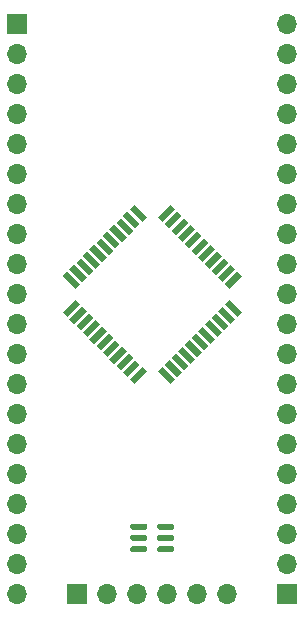
<source format=gbr>
G04 #@! TF.GenerationSoftware,KiCad,Pcbnew,(5.1.9-0-10_14)*
G04 #@! TF.CreationDate,2021-04-21T19:16:31+02:00*
G04 #@! TF.ProjectId,xilinx-cpld-breakout,78696c69-6e78-42d6-9370-6c642d627265,rev?*
G04 #@! TF.SameCoordinates,Original*
G04 #@! TF.FileFunction,Soldermask,Top*
G04 #@! TF.FilePolarity,Negative*
%FSLAX46Y46*%
G04 Gerber Fmt 4.6, Leading zero omitted, Abs format (unit mm)*
G04 Created by KiCad (PCBNEW (5.1.9-0-10_14)) date 2021-04-21 19:16:31*
%MOMM*%
%LPD*%
G01*
G04 APERTURE LIST*
%ADD10C,0.100000*%
%ADD11O,1.700000X1.700000*%
%ADD12R,1.700000X1.700000*%
G04 APERTURE END LIST*
D10*
G36*
X108816206Y-127215848D02*
G01*
X108427298Y-126826940D01*
X109487958Y-125766280D01*
X109876866Y-126155188D01*
X108816206Y-127215848D01*
G37*
G36*
X109381891Y-127781534D02*
G01*
X108992983Y-127392626D01*
X110053643Y-126331966D01*
X110442551Y-126720874D01*
X109381891Y-127781534D01*
G37*
G36*
X109947576Y-128347219D02*
G01*
X109558668Y-127958311D01*
X110619328Y-126897651D01*
X111008236Y-127286559D01*
X109947576Y-128347219D01*
G37*
G36*
X110513262Y-128912904D02*
G01*
X110124354Y-128523996D01*
X111185014Y-127463336D01*
X111573922Y-127852244D01*
X110513262Y-128912904D01*
G37*
G36*
X111078947Y-129478590D02*
G01*
X110690039Y-129089682D01*
X111750699Y-128029022D01*
X112139607Y-128417930D01*
X111078947Y-129478590D01*
G37*
G36*
X111644633Y-130044275D02*
G01*
X111255725Y-129655367D01*
X112316385Y-128594707D01*
X112705293Y-128983615D01*
X111644633Y-130044275D01*
G37*
G36*
X112210318Y-130609961D02*
G01*
X111821410Y-130221053D01*
X112882070Y-129160393D01*
X113270978Y-129549301D01*
X112210318Y-130609961D01*
G37*
G36*
X112776004Y-131175646D02*
G01*
X112387096Y-130786738D01*
X113447756Y-129726078D01*
X113836664Y-130114986D01*
X112776004Y-131175646D01*
G37*
G36*
X113341689Y-131741332D02*
G01*
X112952781Y-131352424D01*
X114013441Y-130291764D01*
X114402349Y-130680672D01*
X113341689Y-131741332D01*
G37*
G36*
X113907374Y-132307017D02*
G01*
X113518466Y-131918109D01*
X114579126Y-130857449D01*
X114968034Y-131246357D01*
X113907374Y-132307017D01*
G37*
G36*
X114473060Y-132872702D02*
G01*
X114084152Y-132483794D01*
X115144812Y-131423134D01*
X115533720Y-131812042D01*
X114473060Y-132872702D01*
G37*
G36*
X114084152Y-134216206D02*
G01*
X114473060Y-133827298D01*
X115533720Y-134887958D01*
X115144812Y-135276866D01*
X114084152Y-134216206D01*
G37*
G36*
X113518466Y-134781891D02*
G01*
X113907374Y-134392983D01*
X114968034Y-135453643D01*
X114579126Y-135842551D01*
X113518466Y-134781891D01*
G37*
G36*
X112952781Y-135347576D02*
G01*
X113341689Y-134958668D01*
X114402349Y-136019328D01*
X114013441Y-136408236D01*
X112952781Y-135347576D01*
G37*
G36*
X112387096Y-135913262D02*
G01*
X112776004Y-135524354D01*
X113836664Y-136585014D01*
X113447756Y-136973922D01*
X112387096Y-135913262D01*
G37*
G36*
X111821410Y-136478947D02*
G01*
X112210318Y-136090039D01*
X113270978Y-137150699D01*
X112882070Y-137539607D01*
X111821410Y-136478947D01*
G37*
G36*
X111255725Y-137044633D02*
G01*
X111644633Y-136655725D01*
X112705293Y-137716385D01*
X112316385Y-138105293D01*
X111255725Y-137044633D01*
G37*
G36*
X110690039Y-137610318D02*
G01*
X111078947Y-137221410D01*
X112139607Y-138282070D01*
X111750699Y-138670978D01*
X110690039Y-137610318D01*
G37*
G36*
X110124354Y-138176004D02*
G01*
X110513262Y-137787096D01*
X111573922Y-138847756D01*
X111185014Y-139236664D01*
X110124354Y-138176004D01*
G37*
G36*
X109558668Y-138741689D02*
G01*
X109947576Y-138352781D01*
X111008236Y-139413441D01*
X110619328Y-139802349D01*
X109558668Y-138741689D01*
G37*
G36*
X108992983Y-139307374D02*
G01*
X109381891Y-138918466D01*
X110442551Y-139979126D01*
X110053643Y-140368034D01*
X108992983Y-139307374D01*
G37*
G36*
X108427298Y-139873060D02*
G01*
X108816206Y-139484152D01*
X109876866Y-140544812D01*
X109487958Y-140933720D01*
X108427298Y-139873060D01*
G37*
G36*
X106412042Y-140933720D02*
G01*
X106023134Y-140544812D01*
X107083794Y-139484152D01*
X107472702Y-139873060D01*
X106412042Y-140933720D01*
G37*
G36*
X105846357Y-140368034D02*
G01*
X105457449Y-139979126D01*
X106518109Y-138918466D01*
X106907017Y-139307374D01*
X105846357Y-140368034D01*
G37*
G36*
X105280672Y-139802349D02*
G01*
X104891764Y-139413441D01*
X105952424Y-138352781D01*
X106341332Y-138741689D01*
X105280672Y-139802349D01*
G37*
G36*
X104714986Y-139236664D02*
G01*
X104326078Y-138847756D01*
X105386738Y-137787096D01*
X105775646Y-138176004D01*
X104714986Y-139236664D01*
G37*
G36*
X104149301Y-138670978D02*
G01*
X103760393Y-138282070D01*
X104821053Y-137221410D01*
X105209961Y-137610318D01*
X104149301Y-138670978D01*
G37*
G36*
X103583615Y-138105293D02*
G01*
X103194707Y-137716385D01*
X104255367Y-136655725D01*
X104644275Y-137044633D01*
X103583615Y-138105293D01*
G37*
G36*
X103017930Y-137539607D02*
G01*
X102629022Y-137150699D01*
X103689682Y-136090039D01*
X104078590Y-136478947D01*
X103017930Y-137539607D01*
G37*
G36*
X102452244Y-136973922D02*
G01*
X102063336Y-136585014D01*
X103123996Y-135524354D01*
X103512904Y-135913262D01*
X102452244Y-136973922D01*
G37*
G36*
X101886559Y-136408236D02*
G01*
X101497651Y-136019328D01*
X102558311Y-134958668D01*
X102947219Y-135347576D01*
X101886559Y-136408236D01*
G37*
G36*
X101320874Y-135842551D02*
G01*
X100931966Y-135453643D01*
X101992626Y-134392983D01*
X102381534Y-134781891D01*
X101320874Y-135842551D01*
G37*
G36*
X100755188Y-135276866D02*
G01*
X100366280Y-134887958D01*
X101426940Y-133827298D01*
X101815848Y-134216206D01*
X100755188Y-135276866D01*
G37*
G36*
X100366280Y-131812042D02*
G01*
X100755188Y-131423134D01*
X101815848Y-132483794D01*
X101426940Y-132872702D01*
X100366280Y-131812042D01*
G37*
G36*
X100931966Y-131246357D02*
G01*
X101320874Y-130857449D01*
X102381534Y-131918109D01*
X101992626Y-132307017D01*
X100931966Y-131246357D01*
G37*
G36*
X101497651Y-130680672D02*
G01*
X101886559Y-130291764D01*
X102947219Y-131352424D01*
X102558311Y-131741332D01*
X101497651Y-130680672D01*
G37*
G36*
X102063336Y-130114986D02*
G01*
X102452244Y-129726078D01*
X103512904Y-130786738D01*
X103123996Y-131175646D01*
X102063336Y-130114986D01*
G37*
G36*
X102629022Y-129549301D02*
G01*
X103017930Y-129160393D01*
X104078590Y-130221053D01*
X103689682Y-130609961D01*
X102629022Y-129549301D01*
G37*
G36*
X103194707Y-128983615D02*
G01*
X103583615Y-128594707D01*
X104644275Y-129655367D01*
X104255367Y-130044275D01*
X103194707Y-128983615D01*
G37*
G36*
X103760393Y-128417930D02*
G01*
X104149301Y-128029022D01*
X105209961Y-129089682D01*
X104821053Y-129478590D01*
X103760393Y-128417930D01*
G37*
G36*
X104326078Y-127852244D02*
G01*
X104714986Y-127463336D01*
X105775646Y-128523996D01*
X105386738Y-128912904D01*
X104326078Y-127852244D01*
G37*
G36*
X104891764Y-127286559D02*
G01*
X105280672Y-126897651D01*
X106341332Y-127958311D01*
X105952424Y-128347219D01*
X104891764Y-127286559D01*
G37*
G36*
X105457449Y-126720874D02*
G01*
X105846357Y-126331966D01*
X106907017Y-127392626D01*
X106518109Y-127781534D01*
X105457449Y-126720874D01*
G37*
G36*
X106023134Y-126155188D02*
G01*
X106412042Y-125766280D01*
X107472702Y-126826940D01*
X107083794Y-127215848D01*
X106023134Y-126155188D01*
G37*
D11*
X119380000Y-110490000D03*
X119380000Y-113030000D03*
X119380000Y-115570000D03*
X119380000Y-118110000D03*
X119380000Y-120650000D03*
X119380000Y-123190000D03*
X119380000Y-125730000D03*
X119380000Y-128270000D03*
X119380000Y-130810000D03*
X119380000Y-133350000D03*
X119380000Y-135890000D03*
X119380000Y-138430000D03*
X119380000Y-140970000D03*
X119380000Y-143510000D03*
X119380000Y-146050000D03*
X119380000Y-148590000D03*
X119380000Y-151130000D03*
X119380000Y-153670000D03*
X119380000Y-156210000D03*
D12*
X119380000Y-158750000D03*
D11*
X96520000Y-158750000D03*
X96520000Y-156210000D03*
X96520000Y-153670000D03*
X96520000Y-151130000D03*
X96520000Y-148590000D03*
X96520000Y-146050000D03*
X96520000Y-143510000D03*
X96520000Y-140970000D03*
X96520000Y-138430000D03*
X96520000Y-135890000D03*
X96520000Y-133350000D03*
X96520000Y-130810000D03*
X96520000Y-128270000D03*
X96520000Y-125730000D03*
X96520000Y-123190000D03*
X96520000Y-120650000D03*
X96520000Y-118110000D03*
X96520000Y-115570000D03*
X96520000Y-113030000D03*
D12*
X96520000Y-110490000D03*
G36*
G01*
X108375000Y-153162500D02*
X108375000Y-152912500D01*
G75*
G02*
X108500000Y-152787500I125000J0D01*
G01*
X109675000Y-152787500D01*
G75*
G02*
X109800000Y-152912500I0J-125000D01*
G01*
X109800000Y-153162500D01*
G75*
G02*
X109675000Y-153287500I-125000J0D01*
G01*
X108500000Y-153287500D01*
G75*
G02*
X108375000Y-153162500I0J125000D01*
G01*
G37*
G36*
G01*
X108375000Y-154112500D02*
X108375000Y-153862500D01*
G75*
G02*
X108500000Y-153737500I125000J0D01*
G01*
X109675000Y-153737500D01*
G75*
G02*
X109800000Y-153862500I0J-125000D01*
G01*
X109800000Y-154112500D01*
G75*
G02*
X109675000Y-154237500I-125000J0D01*
G01*
X108500000Y-154237500D01*
G75*
G02*
X108375000Y-154112500I0J125000D01*
G01*
G37*
G36*
G01*
X108375000Y-155062500D02*
X108375000Y-154812500D01*
G75*
G02*
X108500000Y-154687500I125000J0D01*
G01*
X109675000Y-154687500D01*
G75*
G02*
X109800000Y-154812500I0J-125000D01*
G01*
X109800000Y-155062500D01*
G75*
G02*
X109675000Y-155187500I-125000J0D01*
G01*
X108500000Y-155187500D01*
G75*
G02*
X108375000Y-155062500I0J125000D01*
G01*
G37*
G36*
G01*
X106100000Y-155062500D02*
X106100000Y-154812500D01*
G75*
G02*
X106225000Y-154687500I125000J0D01*
G01*
X107400000Y-154687500D01*
G75*
G02*
X107525000Y-154812500I0J-125000D01*
G01*
X107525000Y-155062500D01*
G75*
G02*
X107400000Y-155187500I-125000J0D01*
G01*
X106225000Y-155187500D01*
G75*
G02*
X106100000Y-155062500I0J125000D01*
G01*
G37*
G36*
G01*
X106100000Y-154112500D02*
X106100000Y-153862500D01*
G75*
G02*
X106225000Y-153737500I125000J0D01*
G01*
X107400000Y-153737500D01*
G75*
G02*
X107525000Y-153862500I0J-125000D01*
G01*
X107525000Y-154112500D01*
G75*
G02*
X107400000Y-154237500I-125000J0D01*
G01*
X106225000Y-154237500D01*
G75*
G02*
X106100000Y-154112500I0J125000D01*
G01*
G37*
G36*
G01*
X106100000Y-153162500D02*
X106100000Y-152912500D01*
G75*
G02*
X106225000Y-152787500I125000J0D01*
G01*
X107400000Y-152787500D01*
G75*
G02*
X107525000Y-152912500I0J-125000D01*
G01*
X107525000Y-153162500D01*
G75*
G02*
X107400000Y-153287500I-125000J0D01*
G01*
X106225000Y-153287500D01*
G75*
G02*
X106100000Y-153162500I0J125000D01*
G01*
G37*
D11*
X114300000Y-158750000D03*
X111760000Y-158750000D03*
X109220000Y-158750000D03*
X106680000Y-158750000D03*
X104140000Y-158750000D03*
D12*
X101600000Y-158750000D03*
M02*

</source>
